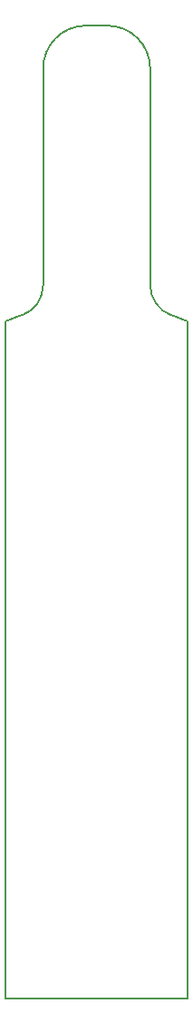
<source format=gm1>
G04 #@! TF.GenerationSoftware,KiCad,Pcbnew,7.0.10*
G04 #@! TF.CreationDate,2024-05-01T16:26:18+02:00*
G04 #@! TF.ProjectId,microscope,6d696372-6f73-4636-9f70-652e6b696361,rev?*
G04 #@! TF.SameCoordinates,Original*
G04 #@! TF.FileFunction,Profile,NP*
%FSLAX46Y46*%
G04 Gerber Fmt 4.6, Leading zero omitted, Abs format (unit mm)*
G04 Created by KiCad (PCBNEW 7.0.10) date 2024-05-01 16:26:18*
%MOMM*%
%LPD*%
G01*
G04 APERTURE LIST*
G04 #@! TA.AperFunction,Profile*
%ADD10C,0.200000*%
G04 #@! TD*
G04 APERTURE END LIST*
D10*
X108500000Y-76250000D02*
X108500000Y-139250000D01*
X95000000Y-52750000D02*
X95000000Y-72875500D01*
X93026060Y-75694578D02*
G75*
G03*
X95000000Y-72875500I-1026060J2819078D01*
G01*
X108500000Y-139250000D02*
X91500000Y-139250000D01*
X99000000Y-48750000D02*
G75*
G03*
X95000000Y-52750000I0J-4000000D01*
G01*
X106973940Y-75694600D02*
X108500000Y-76250000D01*
X99000000Y-48750000D02*
X101000000Y-48750000D01*
X91500000Y-76250000D02*
X93026060Y-75694600D01*
X105000001Y-72875500D02*
G75*
G03*
X106973940Y-75694577I2999999J0D01*
G01*
X105000000Y-52750000D02*
G75*
G03*
X101000000Y-48750000I-4000000J0D01*
G01*
X105000000Y-52750000D02*
X105000000Y-72875500D01*
X91500000Y-76250000D02*
X91500000Y-139250000D01*
M02*

</source>
